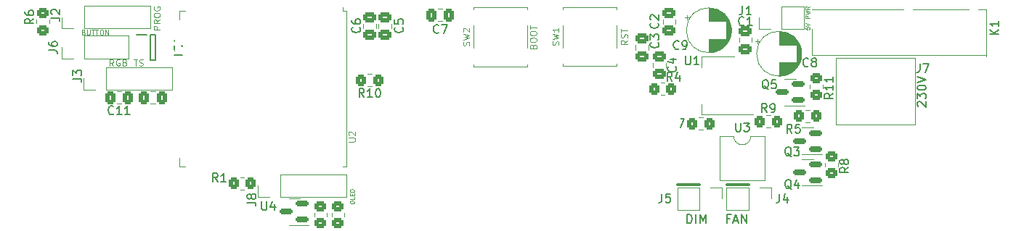
<source format=gto>
G04 #@! TF.GenerationSoftware,KiCad,Pcbnew,(6.0.8)*
G04 #@! TF.CreationDate,2022-10-23T10:36:42+02:00*
G04 #@! TF.ProjectId,ControlPanelESP,436f6e74-726f-46c5-9061-6e656c455350,rev?*
G04 #@! TF.SameCoordinates,Original*
G04 #@! TF.FileFunction,Legend,Top*
G04 #@! TF.FilePolarity,Positive*
%FSLAX46Y46*%
G04 Gerber Fmt 4.6, Leading zero omitted, Abs format (unit mm)*
G04 Created by KiCad (PCBNEW (6.0.8)) date 2022-10-23 10:36:42*
%MOMM*%
%LPD*%
G01*
G04 APERTURE LIST*
G04 Aperture macros list*
%AMRoundRect*
0 Rectangle with rounded corners*
0 $1 Rounding radius*
0 $2 $3 $4 $5 $6 $7 $8 $9 X,Y pos of 4 corners*
0 Add a 4 corners polygon primitive as box body*
4,1,4,$2,$3,$4,$5,$6,$7,$8,$9,$2,$3,0*
0 Add four circle primitives for the rounded corners*
1,1,$1+$1,$2,$3*
1,1,$1+$1,$4,$5*
1,1,$1+$1,$6,$7*
1,1,$1+$1,$8,$9*
0 Add four rect primitives between the rounded corners*
20,1,$1+$1,$2,$3,$4,$5,0*
20,1,$1+$1,$4,$5,$6,$7,0*
20,1,$1+$1,$6,$7,$8,$9,0*
20,1,$1+$1,$8,$9,$2,$3,0*%
G04 Aperture macros list end*
%ADD10C,0.300000*%
%ADD11C,0.090000*%
%ADD12C,0.100000*%
%ADD13C,0.150000*%
%ADD14C,0.075000*%
%ADD15C,0.120000*%
%ADD16C,0.200000*%
%ADD17RoundRect,0.150000X0.587500X0.150000X-0.587500X0.150000X-0.587500X-0.150000X0.587500X-0.150000X0*%
%ADD18R,1.200000X0.600000*%
%ADD19RoundRect,0.250000X0.337500X0.475000X-0.337500X0.475000X-0.337500X-0.475000X0.337500X-0.475000X0*%
%ADD20RoundRect,0.250000X-0.337500X-0.475000X0.337500X-0.475000X0.337500X0.475000X-0.337500X0.475000X0*%
%ADD21R,1.700000X1.700000*%
%ADD22O,1.700000X1.700000*%
%ADD23RoundRect,0.250000X0.450000X-0.350000X0.450000X0.350000X-0.450000X0.350000X-0.450000X-0.350000X0*%
%ADD24RoundRect,0.250000X-0.475000X0.337500X-0.475000X-0.337500X0.475000X-0.337500X0.475000X0.337500X0*%
%ADD25C,2.000000*%
%ADD26R,1.550000X1.300000*%
%ADD27R,1.600000X1.600000*%
%ADD28C,1.600000*%
%ADD29RoundRect,0.250000X-0.450000X0.350000X-0.450000X-0.350000X0.450000X-0.350000X0.450000X0.350000X0*%
%ADD30C,3.800000*%
%ADD31RoundRect,0.250000X0.475000X-0.337500X0.475000X0.337500X-0.475000X0.337500X-0.475000X-0.337500X0*%
%ADD32RoundRect,0.250000X-0.350000X-0.450000X0.350000X-0.450000X0.350000X0.450000X-0.350000X0.450000X0*%
%ADD33R,0.900000X2.000000*%
%ADD34R,2.000000X0.900000*%
%ADD35R,5.000000X5.000000*%
%ADD36O,1.600000X1.600000*%
%ADD37C,2.500000*%
%ADD38R,2.300000X2.300000*%
%ADD39C,2.300000*%
%ADD40RoundRect,0.250000X0.350000X0.450000X-0.350000X0.450000X-0.350000X-0.450000X0.350000X-0.450000X0*%
%ADD41R,2.000000X1.500000*%
%ADD42R,2.000000X3.800000*%
G04 APERTURE END LIST*
D10*
X119380000Y-99822000D02*
X121920000Y-99822000D01*
X113665000Y-99822000D02*
X116205000Y-99822000D01*
D11*
X44362857Y-81999142D02*
X44448571Y-82027714D01*
X44477142Y-82056285D01*
X44505714Y-82113428D01*
X44505714Y-82199142D01*
X44477142Y-82256285D01*
X44448571Y-82284857D01*
X44391428Y-82313428D01*
X44162857Y-82313428D01*
X44162857Y-81713428D01*
X44362857Y-81713428D01*
X44420000Y-81742000D01*
X44448571Y-81770571D01*
X44477142Y-81827714D01*
X44477142Y-81884857D01*
X44448571Y-81942000D01*
X44420000Y-81970571D01*
X44362857Y-81999142D01*
X44162857Y-81999142D01*
X44762857Y-81713428D02*
X44762857Y-82199142D01*
X44791428Y-82256285D01*
X44820000Y-82284857D01*
X44877142Y-82313428D01*
X44991428Y-82313428D01*
X45048571Y-82284857D01*
X45077142Y-82256285D01*
X45105714Y-82199142D01*
X45105714Y-81713428D01*
X45305714Y-81713428D02*
X45648571Y-81713428D01*
X45477142Y-82313428D02*
X45477142Y-81713428D01*
X45762857Y-81713428D02*
X46105714Y-81713428D01*
X45934285Y-82313428D02*
X45934285Y-81713428D01*
X46420000Y-81713428D02*
X46534285Y-81713428D01*
X46591428Y-81742000D01*
X46648571Y-81799142D01*
X46677142Y-81913428D01*
X46677142Y-82113428D01*
X46648571Y-82227714D01*
X46591428Y-82284857D01*
X46534285Y-82313428D01*
X46420000Y-82313428D01*
X46362857Y-82284857D01*
X46305714Y-82227714D01*
X46277142Y-82113428D01*
X46277142Y-81913428D01*
X46305714Y-81799142D01*
X46362857Y-81742000D01*
X46420000Y-81713428D01*
X46934285Y-82313428D02*
X46934285Y-81713428D01*
X47277142Y-82313428D01*
X47277142Y-81713428D01*
D12*
X53298285Y-81730285D02*
X52548285Y-81730285D01*
X52548285Y-81444571D01*
X52584000Y-81373142D01*
X52619714Y-81337428D01*
X52691142Y-81301714D01*
X52798285Y-81301714D01*
X52869714Y-81337428D01*
X52905428Y-81373142D01*
X52941142Y-81444571D01*
X52941142Y-81730285D01*
X53298285Y-80551714D02*
X52941142Y-80801714D01*
X53298285Y-80980285D02*
X52548285Y-80980285D01*
X52548285Y-80694571D01*
X52584000Y-80623142D01*
X52619714Y-80587428D01*
X52691142Y-80551714D01*
X52798285Y-80551714D01*
X52869714Y-80587428D01*
X52905428Y-80623142D01*
X52941142Y-80694571D01*
X52941142Y-80980285D01*
X52548285Y-80087428D02*
X52548285Y-79944571D01*
X52584000Y-79873142D01*
X52655428Y-79801714D01*
X52798285Y-79766000D01*
X53048285Y-79766000D01*
X53191142Y-79801714D01*
X53262571Y-79873142D01*
X53298285Y-79944571D01*
X53298285Y-80087428D01*
X53262571Y-80158857D01*
X53191142Y-80230285D01*
X53048285Y-80266000D01*
X52798285Y-80266000D01*
X52655428Y-80230285D01*
X52584000Y-80158857D01*
X52548285Y-80087428D01*
X52584000Y-79051714D02*
X52548285Y-79123142D01*
X52548285Y-79230285D01*
X52584000Y-79337428D01*
X52655428Y-79408857D01*
X52726857Y-79444571D01*
X52869714Y-79480285D01*
X52976857Y-79480285D01*
X53119714Y-79444571D01*
X53191142Y-79408857D01*
X53262571Y-79337428D01*
X53298285Y-79230285D01*
X53298285Y-79158857D01*
X53262571Y-79051714D01*
X53226857Y-79016000D01*
X52976857Y-79016000D01*
X52976857Y-79158857D01*
D11*
X75418190Y-101945190D02*
X75418190Y-101849952D01*
X75442000Y-101802333D01*
X75489619Y-101754714D01*
X75584857Y-101730904D01*
X75751523Y-101730904D01*
X75846761Y-101754714D01*
X75894380Y-101802333D01*
X75918190Y-101849952D01*
X75918190Y-101945190D01*
X75894380Y-101992809D01*
X75846761Y-102040428D01*
X75751523Y-102064238D01*
X75584857Y-102064238D01*
X75489619Y-102040428D01*
X75442000Y-101992809D01*
X75418190Y-101945190D01*
X75918190Y-101278523D02*
X75918190Y-101516619D01*
X75418190Y-101516619D01*
X75656285Y-101111857D02*
X75656285Y-100945190D01*
X75918190Y-100873761D02*
X75918190Y-101111857D01*
X75418190Y-101111857D01*
X75418190Y-100873761D01*
X75918190Y-100659476D02*
X75418190Y-100659476D01*
X75418190Y-100540428D01*
X75442000Y-100469000D01*
X75489619Y-100421380D01*
X75537238Y-100397571D01*
X75632476Y-100373761D01*
X75703904Y-100373761D01*
X75799142Y-100397571D01*
X75846761Y-100421380D01*
X75894380Y-100469000D01*
X75918190Y-100540428D01*
X75918190Y-100659476D01*
D12*
X96788231Y-83638478D02*
X96823945Y-83531335D01*
X96859660Y-83495621D01*
X96931088Y-83459906D01*
X97038231Y-83459906D01*
X97109660Y-83495621D01*
X97145374Y-83531335D01*
X97181088Y-83602763D01*
X97181088Y-83888478D01*
X96431088Y-83888478D01*
X96431088Y-83638478D01*
X96466803Y-83567049D01*
X96502517Y-83531335D01*
X96573945Y-83495621D01*
X96645374Y-83495621D01*
X96716803Y-83531335D01*
X96752517Y-83567049D01*
X96788231Y-83638478D01*
X96788231Y-83888478D01*
X96431088Y-82995621D02*
X96431088Y-82852763D01*
X96466803Y-82781335D01*
X96538231Y-82709906D01*
X96681088Y-82674192D01*
X96931088Y-82674192D01*
X97073945Y-82709906D01*
X97145374Y-82781335D01*
X97181088Y-82852763D01*
X97181088Y-82995621D01*
X97145374Y-83067049D01*
X97073945Y-83138478D01*
X96931088Y-83174192D01*
X96681088Y-83174192D01*
X96538231Y-83138478D01*
X96466803Y-83067049D01*
X96431088Y-82995621D01*
X96431088Y-82209906D02*
X96431088Y-82067049D01*
X96466803Y-81995621D01*
X96538231Y-81924192D01*
X96681088Y-81888478D01*
X96931088Y-81888478D01*
X97073945Y-81924192D01*
X97145374Y-81995621D01*
X97181088Y-82067049D01*
X97181088Y-82209906D01*
X97145374Y-82281335D01*
X97073945Y-82352763D01*
X96931088Y-82388478D01*
X96681088Y-82388478D01*
X96538231Y-82352763D01*
X96466803Y-82281335D01*
X96431088Y-82209906D01*
X96431088Y-81674192D02*
X96431088Y-81245621D01*
X97181088Y-81459906D02*
X96431088Y-81459906D01*
D13*
X119713476Y-103814571D02*
X119380142Y-103814571D01*
X119380142Y-104338380D02*
X119380142Y-103338380D01*
X119856333Y-103338380D01*
X120189666Y-104052666D02*
X120665857Y-104052666D01*
X120094428Y-104338380D02*
X120427761Y-103338380D01*
X120761095Y-104338380D01*
X121094428Y-104338380D02*
X121094428Y-103338380D01*
X121665857Y-104338380D01*
X121665857Y-103338380D01*
X141660619Y-90693666D02*
X141613000Y-90646047D01*
X141565380Y-90550809D01*
X141565380Y-90312714D01*
X141613000Y-90217476D01*
X141660619Y-90169857D01*
X141755857Y-90122238D01*
X141851095Y-90122238D01*
X141993952Y-90169857D01*
X142565380Y-90741285D01*
X142565380Y-90122238D01*
X141565380Y-89788904D02*
X141565380Y-89169857D01*
X141946333Y-89503190D01*
X141946333Y-89360333D01*
X141993952Y-89265095D01*
X142041571Y-89217476D01*
X142136809Y-89169857D01*
X142374904Y-89169857D01*
X142470142Y-89217476D01*
X142517761Y-89265095D01*
X142565380Y-89360333D01*
X142565380Y-89646047D01*
X142517761Y-89741285D01*
X142470142Y-89788904D01*
X141565380Y-88550809D02*
X141565380Y-88455571D01*
X141613000Y-88360333D01*
X141660619Y-88312714D01*
X141755857Y-88265095D01*
X141946333Y-88217476D01*
X142184428Y-88217476D01*
X142374904Y-88265095D01*
X142470142Y-88312714D01*
X142517761Y-88360333D01*
X142565380Y-88455571D01*
X142565380Y-88550809D01*
X142517761Y-88646047D01*
X142470142Y-88693666D01*
X142374904Y-88741285D01*
X142184428Y-88788904D01*
X141946333Y-88788904D01*
X141755857Y-88741285D01*
X141660619Y-88693666D01*
X141613000Y-88646047D01*
X141565380Y-88550809D01*
X141565380Y-87931761D02*
X142565380Y-87598428D01*
X141565380Y-87265095D01*
X114752571Y-104338380D02*
X114752571Y-103338380D01*
X114990666Y-103338380D01*
X115133523Y-103386000D01*
X115228761Y-103481238D01*
X115276380Y-103576476D01*
X115324000Y-103766952D01*
X115324000Y-103909809D01*
X115276380Y-104100285D01*
X115228761Y-104195523D01*
X115133523Y-104290761D01*
X114990666Y-104338380D01*
X114752571Y-104338380D01*
X115752571Y-104338380D02*
X115752571Y-103338380D01*
X116228761Y-104338380D02*
X116228761Y-103338380D01*
X116562095Y-104052666D01*
X116895428Y-103338380D01*
X116895428Y-104338380D01*
D14*
X128504190Y-81430666D02*
X128504190Y-81668761D01*
X128742285Y-81692571D01*
X128718476Y-81668761D01*
X128694666Y-81621142D01*
X128694666Y-81502095D01*
X128718476Y-81454476D01*
X128742285Y-81430666D01*
X128789904Y-81406857D01*
X128908952Y-81406857D01*
X128956571Y-81430666D01*
X128980380Y-81454476D01*
X129004190Y-81502095D01*
X129004190Y-81621142D01*
X128980380Y-81668761D01*
X128956571Y-81692571D01*
X128504190Y-81264000D02*
X129004190Y-81097333D01*
X128504190Y-80930666D01*
X129004190Y-80383047D02*
X128504190Y-80383047D01*
X128504190Y-80192571D01*
X128528000Y-80144952D01*
X128551809Y-80121142D01*
X128599428Y-80097333D01*
X128670857Y-80097333D01*
X128718476Y-80121142D01*
X128742285Y-80144952D01*
X128766095Y-80192571D01*
X128766095Y-80383047D01*
X128504190Y-79930666D02*
X129004190Y-79811619D01*
X128647047Y-79716380D01*
X129004190Y-79621142D01*
X128504190Y-79502095D01*
X129004190Y-79025904D02*
X128766095Y-79192571D01*
X129004190Y-79311619D02*
X128504190Y-79311619D01*
X128504190Y-79121142D01*
X128528000Y-79073523D01*
X128551809Y-79049714D01*
X128599428Y-79025904D01*
X128670857Y-79025904D01*
X128718476Y-79049714D01*
X128742285Y-79073523D01*
X128766095Y-79121142D01*
X128766095Y-79311619D01*
D12*
X107781285Y-82960714D02*
X107424142Y-83210714D01*
X107781285Y-83389285D02*
X107031285Y-83389285D01*
X107031285Y-83103571D01*
X107067000Y-83032142D01*
X107102714Y-82996428D01*
X107174142Y-82960714D01*
X107281285Y-82960714D01*
X107352714Y-82996428D01*
X107388428Y-83032142D01*
X107424142Y-83103571D01*
X107424142Y-83389285D01*
X107745571Y-82675000D02*
X107781285Y-82567857D01*
X107781285Y-82389285D01*
X107745571Y-82317857D01*
X107709857Y-82282142D01*
X107638428Y-82246428D01*
X107567000Y-82246428D01*
X107495571Y-82282142D01*
X107459857Y-82317857D01*
X107424142Y-82389285D01*
X107388428Y-82532142D01*
X107352714Y-82603571D01*
X107317000Y-82639285D01*
X107245571Y-82675000D01*
X107174142Y-82675000D01*
X107102714Y-82639285D01*
X107067000Y-82603571D01*
X107031285Y-82532142D01*
X107031285Y-82353571D01*
X107067000Y-82246428D01*
X107031285Y-82032142D02*
X107031285Y-81603571D01*
X107781285Y-81817857D02*
X107031285Y-81817857D01*
X47869142Y-85937285D02*
X47619142Y-85580142D01*
X47440571Y-85937285D02*
X47440571Y-85187285D01*
X47726285Y-85187285D01*
X47797714Y-85223000D01*
X47833428Y-85258714D01*
X47869142Y-85330142D01*
X47869142Y-85437285D01*
X47833428Y-85508714D01*
X47797714Y-85544428D01*
X47726285Y-85580142D01*
X47440571Y-85580142D01*
X48583428Y-85223000D02*
X48512000Y-85187285D01*
X48404857Y-85187285D01*
X48297714Y-85223000D01*
X48226285Y-85294428D01*
X48190571Y-85365857D01*
X48154857Y-85508714D01*
X48154857Y-85615857D01*
X48190571Y-85758714D01*
X48226285Y-85830142D01*
X48297714Y-85901571D01*
X48404857Y-85937285D01*
X48476285Y-85937285D01*
X48583428Y-85901571D01*
X48619142Y-85865857D01*
X48619142Y-85615857D01*
X48476285Y-85615857D01*
X49190571Y-85544428D02*
X49297714Y-85580142D01*
X49333428Y-85615857D01*
X49369142Y-85687285D01*
X49369142Y-85794428D01*
X49333428Y-85865857D01*
X49297714Y-85901571D01*
X49226285Y-85937285D01*
X48940571Y-85937285D01*
X48940571Y-85187285D01*
X49190571Y-85187285D01*
X49262000Y-85223000D01*
X49297714Y-85258714D01*
X49333428Y-85330142D01*
X49333428Y-85401571D01*
X49297714Y-85473000D01*
X49262000Y-85508714D01*
X49190571Y-85544428D01*
X48940571Y-85544428D01*
X50228571Y-85187285D02*
X50657142Y-85187285D01*
X50442857Y-85937285D02*
X50442857Y-85187285D01*
X50871428Y-85901571D02*
X50978571Y-85937285D01*
X51157142Y-85937285D01*
X51228571Y-85901571D01*
X51264285Y-85865857D01*
X51300000Y-85794428D01*
X51300000Y-85723000D01*
X51264285Y-85651571D01*
X51228571Y-85615857D01*
X51157142Y-85580142D01*
X51014285Y-85544428D01*
X50942857Y-85508714D01*
X50907142Y-85473000D01*
X50871428Y-85401571D01*
X50871428Y-85330142D01*
X50907142Y-85258714D01*
X50942857Y-85223000D01*
X51014285Y-85187285D01*
X51192857Y-85187285D01*
X51300000Y-85223000D01*
D13*
X65151095Y-101814380D02*
X65151095Y-102623904D01*
X65198714Y-102719142D01*
X65246333Y-102766761D01*
X65341571Y-102814380D01*
X65532047Y-102814380D01*
X65627285Y-102766761D01*
X65674904Y-102719142D01*
X65722523Y-102623904D01*
X65722523Y-101814380D01*
X66627285Y-102147714D02*
X66627285Y-102814380D01*
X66389190Y-101766761D02*
X66151095Y-102481047D01*
X66770142Y-102481047D01*
X55925980Y-84669190D02*
X54925980Y-84669190D01*
X55830742Y-83621571D02*
X55878361Y-83669190D01*
X55925980Y-83812047D01*
X55925980Y-83907285D01*
X55878361Y-84050142D01*
X55783123Y-84145380D01*
X55687885Y-84193000D01*
X55497409Y-84240619D01*
X55354552Y-84240619D01*
X55164076Y-84193000D01*
X55068838Y-84145380D01*
X54973600Y-84050142D01*
X54925980Y-83907285D01*
X54925980Y-83812047D01*
X54973600Y-83669190D01*
X55021219Y-83621571D01*
X55925980Y-82669190D02*
X55925980Y-83240619D01*
X55925980Y-82954904D02*
X54925980Y-82954904D01*
X55068838Y-83050142D01*
X55164076Y-83145380D01*
X55211695Y-83240619D01*
X47871142Y-91543142D02*
X47823523Y-91590761D01*
X47680666Y-91638380D01*
X47585428Y-91638380D01*
X47442571Y-91590761D01*
X47347333Y-91495523D01*
X47299714Y-91400285D01*
X47252095Y-91209809D01*
X47252095Y-91066952D01*
X47299714Y-90876476D01*
X47347333Y-90781238D01*
X47442571Y-90686000D01*
X47585428Y-90638380D01*
X47680666Y-90638380D01*
X47823523Y-90686000D01*
X47871142Y-90733619D01*
X48823523Y-91638380D02*
X48252095Y-91638380D01*
X48537809Y-91638380D02*
X48537809Y-90638380D01*
X48442571Y-90781238D01*
X48347333Y-90876476D01*
X48252095Y-90924095D01*
X49775904Y-91638380D02*
X49204476Y-91638380D01*
X49490190Y-91638380D02*
X49490190Y-90638380D01*
X49394952Y-90781238D01*
X49299714Y-90876476D01*
X49204476Y-90924095D01*
X43140380Y-87455333D02*
X43854666Y-87455333D01*
X43997523Y-87502952D01*
X44092761Y-87598190D01*
X44140380Y-87741047D01*
X44140380Y-87836285D01*
X43140380Y-87074380D02*
X43140380Y-86455333D01*
X43521333Y-86788666D01*
X43521333Y-86645809D01*
X43568952Y-86550571D01*
X43616571Y-86502952D01*
X43711809Y-86455333D01*
X43949904Y-86455333D01*
X44045142Y-86502952D01*
X44092761Y-86550571D01*
X44140380Y-86645809D01*
X44140380Y-86931523D01*
X44092761Y-87026761D01*
X44045142Y-87074380D01*
X133548380Y-97829666D02*
X133072190Y-98163000D01*
X133548380Y-98401095D02*
X132548380Y-98401095D01*
X132548380Y-98020142D01*
X132596000Y-97924904D01*
X132643619Y-97877285D01*
X132738857Y-97829666D01*
X132881714Y-97829666D01*
X132976952Y-97877285D01*
X133024571Y-97924904D01*
X133072190Y-98020142D01*
X133072190Y-98401095D01*
X132976952Y-97258238D02*
X132929333Y-97353476D01*
X132881714Y-97401095D01*
X132786476Y-97448714D01*
X132738857Y-97448714D01*
X132643619Y-97401095D01*
X132596000Y-97353476D01*
X132548380Y-97258238D01*
X132548380Y-97067761D01*
X132596000Y-96972523D01*
X132643619Y-96924904D01*
X132738857Y-96877285D01*
X132786476Y-96877285D01*
X132881714Y-96924904D01*
X132929333Y-96972523D01*
X132976952Y-97067761D01*
X132976952Y-97258238D01*
X133024571Y-97353476D01*
X133072190Y-97401095D01*
X133167428Y-97448714D01*
X133357904Y-97448714D01*
X133453142Y-97401095D01*
X133500761Y-97353476D01*
X133548380Y-97258238D01*
X133548380Y-97067761D01*
X133500761Y-96972523D01*
X133453142Y-96924904D01*
X133357904Y-96877285D01*
X133167428Y-96877285D01*
X133072190Y-96924904D01*
X133024571Y-96972523D01*
X132976952Y-97067761D01*
X81539142Y-81446666D02*
X81586761Y-81494285D01*
X81634380Y-81637142D01*
X81634380Y-81732380D01*
X81586761Y-81875238D01*
X81491523Y-81970476D01*
X81396285Y-82018095D01*
X81205809Y-82065714D01*
X81062952Y-82065714D01*
X80872476Y-82018095D01*
X80777238Y-81970476D01*
X80682000Y-81875238D01*
X80634380Y-81732380D01*
X80634380Y-81637142D01*
X80682000Y-81494285D01*
X80729619Y-81446666D01*
X80634380Y-80541904D02*
X80634380Y-81018095D01*
X81110571Y-81065714D01*
X81062952Y-81018095D01*
X81015333Y-80922857D01*
X81015333Y-80684761D01*
X81062952Y-80589523D01*
X81110571Y-80541904D01*
X81205809Y-80494285D01*
X81443904Y-80494285D01*
X81539142Y-80541904D01*
X81586761Y-80589523D01*
X81634380Y-80684761D01*
X81634380Y-80922857D01*
X81586761Y-81018095D01*
X81539142Y-81065714D01*
X141906666Y-85685380D02*
X141906666Y-86399666D01*
X141859047Y-86542523D01*
X141763809Y-86637761D01*
X141620952Y-86685380D01*
X141525714Y-86685380D01*
X142287619Y-85685380D02*
X142954285Y-85685380D01*
X142525714Y-86685380D01*
X126904761Y-96559619D02*
X126809523Y-96512000D01*
X126714285Y-96416761D01*
X126571428Y-96273904D01*
X126476190Y-96226285D01*
X126380952Y-96226285D01*
X126428571Y-96464380D02*
X126333333Y-96416761D01*
X126238095Y-96321523D01*
X126190476Y-96131047D01*
X126190476Y-95797714D01*
X126238095Y-95607238D01*
X126333333Y-95512000D01*
X126428571Y-95464380D01*
X126619047Y-95464380D01*
X126714285Y-95512000D01*
X126809523Y-95607238D01*
X126857142Y-95797714D01*
X126857142Y-96131047D01*
X126809523Y-96321523D01*
X126714285Y-96416761D01*
X126619047Y-96464380D01*
X126428571Y-96464380D01*
X127190476Y-95464380D02*
X127809523Y-95464380D01*
X127476190Y-95845333D01*
X127619047Y-95845333D01*
X127714285Y-95892952D01*
X127761904Y-95940571D01*
X127809523Y-96035809D01*
X127809523Y-96273904D01*
X127761904Y-96369142D01*
X127714285Y-96416761D01*
X127619047Y-96464380D01*
X127333333Y-96464380D01*
X127238095Y-96416761D01*
X127190476Y-96369142D01*
D12*
X99744571Y-83514000D02*
X99780285Y-83406857D01*
X99780285Y-83228285D01*
X99744571Y-83156857D01*
X99708857Y-83121142D01*
X99637428Y-83085428D01*
X99566000Y-83085428D01*
X99494571Y-83121142D01*
X99458857Y-83156857D01*
X99423142Y-83228285D01*
X99387428Y-83371142D01*
X99351714Y-83442571D01*
X99316000Y-83478285D01*
X99244571Y-83514000D01*
X99173142Y-83514000D01*
X99101714Y-83478285D01*
X99066000Y-83442571D01*
X99030285Y-83371142D01*
X99030285Y-83192571D01*
X99066000Y-83085428D01*
X99030285Y-82835428D02*
X99780285Y-82656857D01*
X99244571Y-82514000D01*
X99780285Y-82371142D01*
X99030285Y-82192571D01*
X99780285Y-81514000D02*
X99780285Y-81942571D01*
X99780285Y-81728285D02*
X99030285Y-81728285D01*
X99137428Y-81799714D01*
X99208857Y-81871142D01*
X99244571Y-81942571D01*
D13*
X113781221Y-83923142D02*
X113733602Y-83970761D01*
X113590745Y-84018380D01*
X113495507Y-84018380D01*
X113352649Y-83970761D01*
X113257411Y-83875523D01*
X113209792Y-83780285D01*
X113162173Y-83589809D01*
X113162173Y-83446952D01*
X113209792Y-83256476D01*
X113257411Y-83161238D01*
X113352649Y-83066000D01*
X113495507Y-83018380D01*
X113590745Y-83018380D01*
X113733602Y-83066000D01*
X113781221Y-83113619D01*
X114257411Y-84018380D02*
X114447888Y-84018380D01*
X114543126Y-83970761D01*
X114590745Y-83923142D01*
X114685983Y-83780285D01*
X114733602Y-83589809D01*
X114733602Y-83208857D01*
X114685983Y-83113619D01*
X114638364Y-83066000D01*
X114543126Y-83018380D01*
X114352649Y-83018380D01*
X114257411Y-83066000D01*
X114209792Y-83113619D01*
X114162173Y-83208857D01*
X114162173Y-83446952D01*
X114209792Y-83542190D01*
X114257411Y-83589809D01*
X114352649Y-83637428D01*
X114543126Y-83637428D01*
X114638364Y-83589809D01*
X114685983Y-83542190D01*
X114733602Y-83446952D01*
D12*
X89330571Y-83550000D02*
X89366285Y-83442857D01*
X89366285Y-83264285D01*
X89330571Y-83192857D01*
X89294857Y-83157142D01*
X89223428Y-83121428D01*
X89152000Y-83121428D01*
X89080571Y-83157142D01*
X89044857Y-83192857D01*
X89009142Y-83264285D01*
X88973428Y-83407142D01*
X88937714Y-83478571D01*
X88902000Y-83514285D01*
X88830571Y-83550000D01*
X88759142Y-83550000D01*
X88687714Y-83514285D01*
X88652000Y-83478571D01*
X88616285Y-83407142D01*
X88616285Y-83228571D01*
X88652000Y-83121428D01*
X88616285Y-82871428D02*
X89366285Y-82692857D01*
X88830571Y-82550000D01*
X89366285Y-82407142D01*
X88616285Y-82228571D01*
X88687714Y-81978571D02*
X88652000Y-81942857D01*
X88616285Y-81871428D01*
X88616285Y-81692857D01*
X88652000Y-81621428D01*
X88687714Y-81585714D01*
X88759142Y-81550000D01*
X88830571Y-81550000D01*
X88937714Y-81585714D01*
X89366285Y-82014285D01*
X89366285Y-81550000D01*
D13*
X38552380Y-80430666D02*
X38076190Y-80764000D01*
X38552380Y-81002095D02*
X37552380Y-81002095D01*
X37552380Y-80621142D01*
X37600000Y-80525904D01*
X37647619Y-80478285D01*
X37742857Y-80430666D01*
X37885714Y-80430666D01*
X37980952Y-80478285D01*
X38028571Y-80525904D01*
X38076190Y-80621142D01*
X38076190Y-81002095D01*
X37552380Y-79573523D02*
X37552380Y-79764000D01*
X37600000Y-79859238D01*
X37647619Y-79906857D01*
X37790476Y-80002095D01*
X37980952Y-80049714D01*
X38361904Y-80049714D01*
X38457142Y-80002095D01*
X38504761Y-79954476D01*
X38552380Y-79859238D01*
X38552380Y-79668761D01*
X38504761Y-79573523D01*
X38457142Y-79525904D01*
X38361904Y-79478285D01*
X38123809Y-79478285D01*
X38028571Y-79525904D01*
X37980952Y-79573523D01*
X37933333Y-79668761D01*
X37933333Y-79859238D01*
X37980952Y-79954476D01*
X38028571Y-80002095D01*
X38123809Y-80049714D01*
X121205666Y-78954380D02*
X121205666Y-79668666D01*
X121158047Y-79811523D01*
X121062809Y-79906761D01*
X120919952Y-79954380D01*
X120824714Y-79954380D01*
X122205666Y-79954380D02*
X121634238Y-79954380D01*
X121919952Y-79954380D02*
X121919952Y-78954380D01*
X121824714Y-79097238D01*
X121729476Y-79192476D01*
X121634238Y-79240095D01*
X121372333Y-81129142D02*
X121324714Y-81176761D01*
X121181857Y-81224380D01*
X121086619Y-81224380D01*
X120943761Y-81176761D01*
X120848523Y-81081523D01*
X120800904Y-80986285D01*
X120753285Y-80795809D01*
X120753285Y-80652952D01*
X120800904Y-80462476D01*
X120848523Y-80367238D01*
X120943761Y-80272000D01*
X121086619Y-80224380D01*
X121181857Y-80224380D01*
X121324714Y-80272000D01*
X121372333Y-80319619D01*
X122324714Y-81224380D02*
X121753285Y-81224380D01*
X122039000Y-81224380D02*
X122039000Y-80224380D01*
X121943761Y-80367238D01*
X121848523Y-80462476D01*
X121753285Y-80510095D01*
X113371333Y-93162380D02*
X113038000Y-92686190D01*
X112799904Y-93162380D02*
X112799904Y-92162380D01*
X113180857Y-92162380D01*
X113276095Y-92210000D01*
X113323714Y-92257619D01*
X113371333Y-92352857D01*
X113371333Y-92495714D01*
X113323714Y-92590952D01*
X113276095Y-92638571D01*
X113180857Y-92686190D01*
X112799904Y-92686190D01*
X113704666Y-92162380D02*
X114371333Y-92162380D01*
X113942761Y-93162380D01*
X128865333Y-85955142D02*
X128817714Y-86002761D01*
X128674857Y-86050380D01*
X128579619Y-86050380D01*
X128436761Y-86002761D01*
X128341523Y-85907523D01*
X128293904Y-85812285D01*
X128246285Y-85621809D01*
X128246285Y-85478952D01*
X128293904Y-85288476D01*
X128341523Y-85193238D01*
X128436761Y-85098000D01*
X128579619Y-85050380D01*
X128674857Y-85050380D01*
X128817714Y-85098000D01*
X128865333Y-85145619D01*
X129436761Y-85478952D02*
X129341523Y-85431333D01*
X129293904Y-85383714D01*
X129246285Y-85288476D01*
X129246285Y-85240857D01*
X129293904Y-85145619D01*
X129341523Y-85098000D01*
X129436761Y-85050380D01*
X129627238Y-85050380D01*
X129722476Y-85098000D01*
X129770095Y-85145619D01*
X129817714Y-85240857D01*
X129817714Y-85288476D01*
X129770095Y-85383714D01*
X129722476Y-85431333D01*
X129627238Y-85478952D01*
X129436761Y-85478952D01*
X129341523Y-85526571D01*
X129293904Y-85574190D01*
X129246285Y-85669428D01*
X129246285Y-85859904D01*
X129293904Y-85955142D01*
X129341523Y-86002761D01*
X129436761Y-86050380D01*
X129627238Y-86050380D01*
X129722476Y-86002761D01*
X129770095Y-85955142D01*
X129817714Y-85859904D01*
X129817714Y-85669428D01*
X129770095Y-85574190D01*
X129722476Y-85526571D01*
X129627238Y-85478952D01*
X76557142Y-81446666D02*
X76604761Y-81494285D01*
X76652380Y-81637142D01*
X76652380Y-81732380D01*
X76604761Y-81875238D01*
X76509523Y-81970476D01*
X76414285Y-82018095D01*
X76223809Y-82065714D01*
X76080952Y-82065714D01*
X75890476Y-82018095D01*
X75795238Y-81970476D01*
X75700000Y-81875238D01*
X75652380Y-81732380D01*
X75652380Y-81637142D01*
X75700000Y-81494285D01*
X75747619Y-81446666D01*
X75652380Y-80589523D02*
X75652380Y-80780000D01*
X75700000Y-80875238D01*
X75747619Y-80922857D01*
X75890476Y-81018095D01*
X76080952Y-81065714D01*
X76461904Y-81065714D01*
X76557142Y-81018095D01*
X76604761Y-80970476D01*
X76652380Y-80875238D01*
X76652380Y-80684761D01*
X76604761Y-80589523D01*
X76557142Y-80541904D01*
X76461904Y-80494285D01*
X76223809Y-80494285D01*
X76128571Y-80541904D01*
X76080952Y-80589523D01*
X76033333Y-80684761D01*
X76033333Y-80875238D01*
X76080952Y-80970476D01*
X76128571Y-81018095D01*
X76223809Y-81065714D01*
X85790833Y-82047142D02*
X85743214Y-82094761D01*
X85600357Y-82142380D01*
X85505119Y-82142380D01*
X85362261Y-82094761D01*
X85267023Y-81999523D01*
X85219404Y-81904285D01*
X85171785Y-81713809D01*
X85171785Y-81570952D01*
X85219404Y-81380476D01*
X85267023Y-81285238D01*
X85362261Y-81190000D01*
X85505119Y-81142380D01*
X85600357Y-81142380D01*
X85743214Y-81190000D01*
X85790833Y-81237619D01*
X86124166Y-81142380D02*
X86790833Y-81142380D01*
X86362261Y-82142380D01*
X111326142Y-80938666D02*
X111373761Y-80986285D01*
X111421380Y-81129142D01*
X111421380Y-81224380D01*
X111373761Y-81367238D01*
X111278523Y-81462476D01*
X111183285Y-81510095D01*
X110992809Y-81557714D01*
X110849952Y-81557714D01*
X110659476Y-81510095D01*
X110564238Y-81462476D01*
X110469000Y-81367238D01*
X110421380Y-81224380D01*
X110421380Y-81129142D01*
X110469000Y-80986285D01*
X110516619Y-80938666D01*
X110516619Y-80557714D02*
X110469000Y-80510095D01*
X110421380Y-80414857D01*
X110421380Y-80176761D01*
X110469000Y-80081523D01*
X110516619Y-80033904D01*
X110611857Y-79986285D01*
X110707095Y-79986285D01*
X110849952Y-80033904D01*
X111421380Y-80605333D01*
X111421380Y-79986285D01*
D12*
X75281285Y-94805428D02*
X75888428Y-94805428D01*
X75959857Y-94769714D01*
X75995571Y-94734000D01*
X76031285Y-94662571D01*
X76031285Y-94519714D01*
X75995571Y-94448285D01*
X75959857Y-94412571D01*
X75888428Y-94376857D01*
X75281285Y-94376857D01*
X75352714Y-94055428D02*
X75317000Y-94019714D01*
X75281285Y-93948285D01*
X75281285Y-93769714D01*
X75317000Y-93698285D01*
X75352714Y-93662571D01*
X75424142Y-93626857D01*
X75495571Y-93626857D01*
X75602714Y-93662571D01*
X76031285Y-94091142D01*
X76031285Y-93626857D01*
D13*
X40302380Y-84102533D02*
X41016666Y-84102533D01*
X41159523Y-84150152D01*
X41254761Y-84245390D01*
X41302380Y-84388247D01*
X41302380Y-84483485D01*
X40302380Y-83197771D02*
X40302380Y-83388247D01*
X40350000Y-83483485D01*
X40397619Y-83531104D01*
X40540476Y-83626342D01*
X40730952Y-83673961D01*
X41111904Y-83673961D01*
X41207142Y-83626342D01*
X41254761Y-83578723D01*
X41302380Y-83483485D01*
X41302380Y-83293009D01*
X41254761Y-83197771D01*
X41207142Y-83150152D01*
X41111904Y-83102533D01*
X40873809Y-83102533D01*
X40778571Y-83150152D01*
X40730952Y-83197771D01*
X40683333Y-83293009D01*
X40683333Y-83483485D01*
X40730952Y-83578723D01*
X40778571Y-83626342D01*
X40873809Y-83673961D01*
X63460380Y-101933333D02*
X64174666Y-101933333D01*
X64317523Y-101980952D01*
X64412761Y-102076190D01*
X64460380Y-102219047D01*
X64460380Y-102314285D01*
X63888952Y-101314285D02*
X63841333Y-101409523D01*
X63793714Y-101457142D01*
X63698476Y-101504761D01*
X63650857Y-101504761D01*
X63555619Y-101457142D01*
X63508000Y-101409523D01*
X63460380Y-101314285D01*
X63460380Y-101123809D01*
X63508000Y-101028571D01*
X63555619Y-100980952D01*
X63650857Y-100933333D01*
X63698476Y-100933333D01*
X63793714Y-100980952D01*
X63841333Y-101028571D01*
X63888952Y-101123809D01*
X63888952Y-101314285D01*
X63936571Y-101409523D01*
X63984190Y-101457142D01*
X64079428Y-101504761D01*
X64269904Y-101504761D01*
X64365142Y-101457142D01*
X64412761Y-101409523D01*
X64460380Y-101314285D01*
X64460380Y-101123809D01*
X64412761Y-101028571D01*
X64365142Y-100980952D01*
X64269904Y-100933333D01*
X64079428Y-100933333D01*
X63984190Y-100980952D01*
X63936571Y-101028571D01*
X63888952Y-101123809D01*
X120406095Y-92621380D02*
X120406095Y-93430904D01*
X120453714Y-93526142D01*
X120501333Y-93573761D01*
X120596571Y-93621380D01*
X120787047Y-93621380D01*
X120882285Y-93573761D01*
X120929904Y-93526142D01*
X120977523Y-93430904D01*
X120977523Y-92621380D01*
X121358476Y-92621380D02*
X121977523Y-92621380D01*
X121644190Y-93002333D01*
X121787047Y-93002333D01*
X121882285Y-93049952D01*
X121929904Y-93097571D01*
X121977523Y-93192809D01*
X121977523Y-93430904D01*
X121929904Y-93526142D01*
X121882285Y-93573761D01*
X121787047Y-93621380D01*
X121501333Y-93621380D01*
X121406095Y-93573761D01*
X121358476Y-93526142D01*
X111807666Y-100925380D02*
X111807666Y-101639666D01*
X111760047Y-101782523D01*
X111664809Y-101877761D01*
X111521952Y-101925380D01*
X111426714Y-101925380D01*
X112760047Y-100925380D02*
X112283857Y-100925380D01*
X112236238Y-101401571D01*
X112283857Y-101353952D01*
X112379095Y-101306333D01*
X112617190Y-101306333D01*
X112712428Y-101353952D01*
X112760047Y-101401571D01*
X112807666Y-101496809D01*
X112807666Y-101734904D01*
X112760047Y-101830142D01*
X112712428Y-101877761D01*
X112617190Y-101925380D01*
X112379095Y-101925380D01*
X112283857Y-101877761D01*
X112236238Y-101830142D01*
X126960333Y-93797380D02*
X126627000Y-93321190D01*
X126388904Y-93797380D02*
X126388904Y-92797380D01*
X126769857Y-92797380D01*
X126865095Y-92845000D01*
X126912714Y-92892619D01*
X126960333Y-92987857D01*
X126960333Y-93130714D01*
X126912714Y-93225952D01*
X126865095Y-93273571D01*
X126769857Y-93321190D01*
X126388904Y-93321190D01*
X127865095Y-92797380D02*
X127388904Y-92797380D01*
X127341285Y-93273571D01*
X127388904Y-93225952D01*
X127484142Y-93178333D01*
X127722238Y-93178333D01*
X127817476Y-93225952D01*
X127865095Y-93273571D01*
X127912714Y-93368809D01*
X127912714Y-93606904D01*
X127865095Y-93702142D01*
X127817476Y-93749761D01*
X127722238Y-93797380D01*
X127484142Y-93797380D01*
X127388904Y-93749761D01*
X127341285Y-93702142D01*
X151074380Y-82272095D02*
X150074380Y-82272095D01*
X151074380Y-81700666D02*
X150502952Y-82129238D01*
X150074380Y-81700666D02*
X150645809Y-82272095D01*
X151074380Y-80748285D02*
X151074380Y-81319714D01*
X151074380Y-81034000D02*
X150074380Y-81034000D01*
X150217238Y-81129238D01*
X150312476Y-81224476D01*
X150360095Y-81319714D01*
X124039333Y-91384380D02*
X123706000Y-90908190D01*
X123467904Y-91384380D02*
X123467904Y-90384380D01*
X123848857Y-90384380D01*
X123944095Y-90432000D01*
X123991714Y-90479619D01*
X124039333Y-90574857D01*
X124039333Y-90717714D01*
X123991714Y-90812952D01*
X123944095Y-90860571D01*
X123848857Y-90908190D01*
X123467904Y-90908190D01*
X124515523Y-91384380D02*
X124706000Y-91384380D01*
X124801238Y-91336761D01*
X124848857Y-91289142D01*
X124944095Y-91146285D01*
X124991714Y-90955809D01*
X124991714Y-90574857D01*
X124944095Y-90479619D01*
X124896476Y-90432000D01*
X124801238Y-90384380D01*
X124610761Y-90384380D01*
X124515523Y-90432000D01*
X124467904Y-90479619D01*
X124420285Y-90574857D01*
X124420285Y-90812952D01*
X124467904Y-90908190D01*
X124515523Y-90955809D01*
X124610761Y-91003428D01*
X124801238Y-91003428D01*
X124896476Y-90955809D01*
X124944095Y-90908190D01*
X124991714Y-90812952D01*
X126904761Y-100369619D02*
X126809523Y-100322000D01*
X126714285Y-100226761D01*
X126571428Y-100083904D01*
X126476190Y-100036285D01*
X126380952Y-100036285D01*
X126428571Y-100274380D02*
X126333333Y-100226761D01*
X126238095Y-100131523D01*
X126190476Y-99941047D01*
X126190476Y-99607714D01*
X126238095Y-99417238D01*
X126333333Y-99322000D01*
X126428571Y-99274380D01*
X126619047Y-99274380D01*
X126714285Y-99322000D01*
X126809523Y-99417238D01*
X126857142Y-99607714D01*
X126857142Y-99941047D01*
X126809523Y-100131523D01*
X126714285Y-100226761D01*
X126619047Y-100274380D01*
X126428571Y-100274380D01*
X127714285Y-99607714D02*
X127714285Y-100274380D01*
X127476190Y-99226761D02*
X127238095Y-99941047D01*
X127857142Y-99941047D01*
X113387142Y-86040166D02*
X113434761Y-86087785D01*
X113482380Y-86230642D01*
X113482380Y-86325880D01*
X113434761Y-86468738D01*
X113339523Y-86563976D01*
X113244285Y-86611595D01*
X113053809Y-86659214D01*
X112910952Y-86659214D01*
X112720476Y-86611595D01*
X112625238Y-86563976D01*
X112530000Y-86468738D01*
X112482380Y-86325880D01*
X112482380Y-86230642D01*
X112530000Y-86087785D01*
X112577619Y-86040166D01*
X112815714Y-85183023D02*
X113482380Y-85183023D01*
X112434761Y-85421119D02*
X113149047Y-85659214D01*
X113149047Y-85040166D01*
X125523666Y-100925380D02*
X125523666Y-101639666D01*
X125476047Y-101782523D01*
X125380809Y-101877761D01*
X125237952Y-101925380D01*
X125142714Y-101925380D01*
X126428428Y-101258714D02*
X126428428Y-101925380D01*
X126190333Y-100877761D02*
X125952238Y-101592047D01*
X126571285Y-101592047D01*
X131770380Y-89161857D02*
X131294190Y-89495190D01*
X131770380Y-89733285D02*
X130770380Y-89733285D01*
X130770380Y-89352333D01*
X130818000Y-89257095D01*
X130865619Y-89209476D01*
X130960857Y-89161857D01*
X131103714Y-89161857D01*
X131198952Y-89209476D01*
X131246571Y-89257095D01*
X131294190Y-89352333D01*
X131294190Y-89733285D01*
X131770380Y-88209476D02*
X131770380Y-88780904D01*
X131770380Y-88495190D02*
X130770380Y-88495190D01*
X130913238Y-88590428D01*
X131008476Y-88685666D01*
X131056095Y-88780904D01*
X131770380Y-87257095D02*
X131770380Y-87828523D01*
X131770380Y-87542809D02*
X130770380Y-87542809D01*
X130913238Y-87638047D01*
X131008476Y-87733285D01*
X131056095Y-87828523D01*
X111355142Y-83224666D02*
X111402761Y-83272285D01*
X111450380Y-83415142D01*
X111450380Y-83510380D01*
X111402761Y-83653238D01*
X111307523Y-83748476D01*
X111212285Y-83796095D01*
X111021809Y-83843714D01*
X110878952Y-83843714D01*
X110688476Y-83796095D01*
X110593238Y-83748476D01*
X110498000Y-83653238D01*
X110450380Y-83510380D01*
X110450380Y-83415142D01*
X110498000Y-83272285D01*
X110545619Y-83224666D01*
X110450380Y-82891333D02*
X110450380Y-82272285D01*
X110831333Y-82605619D01*
X110831333Y-82462761D01*
X110878952Y-82367523D01*
X110926571Y-82319904D01*
X111021809Y-82272285D01*
X111259904Y-82272285D01*
X111355142Y-82319904D01*
X111402761Y-82367523D01*
X111450380Y-82462761D01*
X111450380Y-82748476D01*
X111402761Y-82843714D01*
X111355142Y-82891333D01*
X60031333Y-99512380D02*
X59698000Y-99036190D01*
X59459904Y-99512380D02*
X59459904Y-98512380D01*
X59840857Y-98512380D01*
X59936095Y-98560000D01*
X59983714Y-98607619D01*
X60031333Y-98702857D01*
X60031333Y-98845714D01*
X59983714Y-98940952D01*
X59936095Y-98988571D01*
X59840857Y-99036190D01*
X59459904Y-99036190D01*
X60983714Y-99512380D02*
X60412285Y-99512380D01*
X60698000Y-99512380D02*
X60698000Y-98512380D01*
X60602761Y-98655238D01*
X60507523Y-98750476D01*
X60412285Y-98798095D01*
X114554095Y-84796380D02*
X114554095Y-85605904D01*
X114601714Y-85701142D01*
X114649333Y-85748761D01*
X114744571Y-85796380D01*
X114935047Y-85796380D01*
X115030285Y-85748761D01*
X115077904Y-85701142D01*
X115125523Y-85605904D01*
X115125523Y-84796380D01*
X116125523Y-85796380D02*
X115554095Y-85796380D01*
X115839809Y-85796380D02*
X115839809Y-84796380D01*
X115744571Y-84939238D01*
X115649333Y-85034476D01*
X115554095Y-85082095D01*
X124237761Y-88685619D02*
X124142523Y-88638000D01*
X124047285Y-88542761D01*
X123904428Y-88399904D01*
X123809190Y-88352285D01*
X123713952Y-88352285D01*
X123761571Y-88590380D02*
X123666333Y-88542761D01*
X123571095Y-88447523D01*
X123523476Y-88257047D01*
X123523476Y-87923714D01*
X123571095Y-87733238D01*
X123666333Y-87638000D01*
X123761571Y-87590380D01*
X123952047Y-87590380D01*
X124047285Y-87638000D01*
X124142523Y-87733238D01*
X124190142Y-87923714D01*
X124190142Y-88257047D01*
X124142523Y-88447523D01*
X124047285Y-88542761D01*
X123952047Y-88590380D01*
X123761571Y-88590380D01*
X125094904Y-87590380D02*
X124618714Y-87590380D01*
X124571095Y-88066571D01*
X124618714Y-88018952D01*
X124713952Y-87971333D01*
X124952047Y-87971333D01*
X125047285Y-88018952D01*
X125094904Y-88066571D01*
X125142523Y-88161809D01*
X125142523Y-88399904D01*
X125094904Y-88495142D01*
X125047285Y-88542761D01*
X124952047Y-88590380D01*
X124713952Y-88590380D01*
X124618714Y-88542761D01*
X124571095Y-88495142D01*
X40600380Y-80343333D02*
X41314666Y-80343333D01*
X41457523Y-80390952D01*
X41552761Y-80486190D01*
X41600380Y-80629047D01*
X41600380Y-80724285D01*
X40695619Y-79914761D02*
X40648000Y-79867142D01*
X40600380Y-79771904D01*
X40600380Y-79533809D01*
X40648000Y-79438571D01*
X40695619Y-79390952D01*
X40790857Y-79343333D01*
X40886095Y-79343333D01*
X41028952Y-79390952D01*
X41600380Y-79962380D01*
X41600380Y-79343333D01*
X77081142Y-89606380D02*
X76747809Y-89130190D01*
X76509714Y-89606380D02*
X76509714Y-88606380D01*
X76890666Y-88606380D01*
X76985904Y-88654000D01*
X77033523Y-88701619D01*
X77081142Y-88796857D01*
X77081142Y-88939714D01*
X77033523Y-89034952D01*
X76985904Y-89082571D01*
X76890666Y-89130190D01*
X76509714Y-89130190D01*
X78033523Y-89606380D02*
X77462095Y-89606380D01*
X77747809Y-89606380D02*
X77747809Y-88606380D01*
X77652571Y-88749238D01*
X77557333Y-88844476D01*
X77462095Y-88892095D01*
X78652571Y-88606380D02*
X78747809Y-88606380D01*
X78843047Y-88654000D01*
X78890666Y-88701619D01*
X78938285Y-88796857D01*
X78985904Y-88987333D01*
X78985904Y-89225428D01*
X78938285Y-89415904D01*
X78890666Y-89511142D01*
X78843047Y-89558761D01*
X78747809Y-89606380D01*
X78652571Y-89606380D01*
X78557333Y-89558761D01*
X78509714Y-89511142D01*
X78462095Y-89415904D01*
X78414476Y-89225428D01*
X78414476Y-88987333D01*
X78462095Y-88796857D01*
X78509714Y-88701619D01*
X78557333Y-88654000D01*
X78652571Y-88606380D01*
X112990333Y-87701380D02*
X112657000Y-87225190D01*
X112418904Y-87701380D02*
X112418904Y-86701380D01*
X112799857Y-86701380D01*
X112895095Y-86749000D01*
X112942714Y-86796619D01*
X112990333Y-86891857D01*
X112990333Y-87034714D01*
X112942714Y-87129952D01*
X112895095Y-87177571D01*
X112799857Y-87225190D01*
X112418904Y-87225190D01*
X113847476Y-87034714D02*
X113847476Y-87701380D01*
X113609380Y-86653761D02*
X113371285Y-87368047D01*
X113990333Y-87368047D01*
D15*
X68961000Y-104557000D02*
X68311000Y-104557000D01*
X68961000Y-101437000D02*
X68311000Y-101437000D01*
X68961000Y-104557000D02*
X70636000Y-104557000D01*
X68961000Y-101437000D02*
X69611000Y-101437000D01*
D16*
X52725600Y-85295000D02*
X52125600Y-85295000D01*
X52125600Y-82345000D02*
X52725600Y-82345000D01*
X50575600Y-82320000D02*
X51775600Y-82320000D01*
X52725600Y-82345000D02*
X52725600Y-85295000D01*
X52125600Y-85295000D02*
X52125600Y-82345000D01*
D15*
X48775252Y-90397000D02*
X48252748Y-90397000D01*
X48775252Y-88927000D02*
X48252748Y-88927000D01*
X52189748Y-88927000D02*
X52712252Y-88927000D01*
X52189748Y-90397000D02*
X52712252Y-90397000D01*
X46990000Y-86096800D02*
X54670000Y-86096800D01*
X44390000Y-88756800D02*
X44390000Y-87426800D01*
X54670000Y-88756800D02*
X54670000Y-86096800D01*
X45720000Y-88756800D02*
X44390000Y-88756800D01*
X46990000Y-88756800D02*
X54670000Y-88756800D01*
X46990000Y-88756800D02*
X46990000Y-86096800D01*
X132307000Y-97747064D02*
X132307000Y-97292936D01*
X130837000Y-97747064D02*
X130837000Y-97292936D01*
X78767000Y-81018748D02*
X78767000Y-81541252D01*
X80237000Y-81018748D02*
X80237000Y-81541252D01*
X141284000Y-92832000D02*
X132084000Y-92832000D01*
X132084000Y-92832000D02*
X132084000Y-85032000D01*
X132084000Y-85032000D02*
X141284000Y-85032000D01*
X141284000Y-85032000D02*
X141284000Y-92832000D01*
X128778000Y-96302000D02*
X128128000Y-96302000D01*
X128778000Y-93182000D02*
X129428000Y-93182000D01*
X128778000Y-96302000D02*
X130453000Y-96302000D01*
X128778000Y-93182000D02*
X128128000Y-93182000D01*
X100228000Y-79314000D02*
X100228000Y-79064000D01*
X100228000Y-83814000D02*
X100228000Y-81214000D01*
X106528000Y-85714000D02*
X106528000Y-85964000D01*
X106528000Y-79064000D02*
X106528000Y-79314000D01*
X100228000Y-79064000D02*
X106528000Y-79064000D01*
X106528000Y-85964000D02*
X100228000Y-85964000D01*
X106528000Y-81214000D02*
X106528000Y-83814000D01*
X100228000Y-85964000D02*
X100228000Y-85714000D01*
X119586888Y-80610000D02*
X119586888Y-82966000D01*
X117385888Y-82828000D02*
X117385888Y-84366000D01*
X117705888Y-79245000D02*
X117705888Y-80748000D01*
X119746888Y-80983000D02*
X119746888Y-82593000D01*
X118906888Y-79784000D02*
X118906888Y-80748000D01*
X117345888Y-82828000D02*
X117345888Y-84367000D01*
X118066888Y-79333000D02*
X118066888Y-80748000D01*
X117305888Y-79208000D02*
X117305888Y-80748000D01*
X117425888Y-82828000D02*
X117425888Y-84364000D01*
X119106888Y-79962000D02*
X119106888Y-80748000D01*
X119266888Y-82828000D02*
X119266888Y-83441000D01*
X114711113Y-80063000D02*
X114711113Y-80563000D01*
X117465888Y-82828000D02*
X117465888Y-84361000D01*
X117465888Y-79215000D02*
X117465888Y-80748000D01*
X119706888Y-80873000D02*
X119706888Y-82703000D01*
X118226888Y-79390000D02*
X118226888Y-80748000D01*
X118866888Y-82828000D02*
X118866888Y-83823000D01*
X118226888Y-82828000D02*
X118226888Y-84186000D01*
X117505888Y-82828000D02*
X117505888Y-84357000D01*
X118786888Y-82828000D02*
X118786888Y-83883000D01*
X118186888Y-82828000D02*
X118186888Y-84202000D01*
X118906888Y-82828000D02*
X118906888Y-83792000D01*
X119786888Y-81111000D02*
X119786888Y-82465000D01*
X118626888Y-82828000D02*
X118626888Y-83988000D01*
X118466888Y-82828000D02*
X118466888Y-84078000D01*
X118546888Y-82828000D02*
X118546888Y-84035000D01*
X117825888Y-79268000D02*
X117825888Y-80748000D01*
X118826888Y-82828000D02*
X118826888Y-83853000D01*
X119226888Y-80089000D02*
X119226888Y-80748000D01*
X119026888Y-79887000D02*
X119026888Y-80748000D01*
X118586888Y-82828000D02*
X118586888Y-84012000D01*
X118746888Y-82828000D02*
X118746888Y-83910000D01*
X117545888Y-79223000D02*
X117545888Y-80748000D01*
X118266888Y-79406000D02*
X118266888Y-80748000D01*
X119306888Y-80183000D02*
X119306888Y-83393000D01*
X117585888Y-82828000D02*
X117585888Y-84349000D01*
X117986888Y-79308000D02*
X117986888Y-80748000D01*
X114461113Y-80313000D02*
X114961113Y-80313000D01*
X119226888Y-82828000D02*
X119226888Y-83487000D01*
X119146888Y-82828000D02*
X119146888Y-83573000D01*
X118146888Y-82828000D02*
X118146888Y-84216000D01*
X118506888Y-79520000D02*
X118506888Y-80748000D01*
X118106888Y-82828000D02*
X118106888Y-84230000D01*
X118266888Y-82828000D02*
X118266888Y-84170000D01*
X117265888Y-82828000D02*
X117265888Y-84368000D01*
X118706888Y-82828000D02*
X118706888Y-83937000D01*
X117625888Y-79232000D02*
X117625888Y-80748000D01*
X118186888Y-79374000D02*
X118186888Y-80748000D01*
X119626888Y-80690000D02*
X119626888Y-82886000D01*
X118666888Y-79613000D02*
X118666888Y-80748000D01*
X117385888Y-79210000D02*
X117385888Y-80748000D01*
X118586888Y-79564000D02*
X118586888Y-80748000D01*
X119466888Y-80405000D02*
X119466888Y-83171000D01*
X117705888Y-82828000D02*
X117705888Y-84331000D01*
X119186888Y-82828000D02*
X119186888Y-83531000D01*
X118386888Y-79459000D02*
X118386888Y-80748000D01*
X118786888Y-79693000D02*
X118786888Y-80748000D01*
X118306888Y-79423000D02*
X118306888Y-80748000D01*
X117785888Y-82828000D02*
X117785888Y-84316000D01*
X117665888Y-79238000D02*
X117665888Y-80748000D01*
X117945888Y-82828000D02*
X117945888Y-84279000D01*
X117905888Y-79287000D02*
X117905888Y-80748000D01*
X119826888Y-81270000D02*
X119826888Y-82306000D01*
X118026888Y-82828000D02*
X118026888Y-84256000D01*
X119386888Y-80288000D02*
X119386888Y-83288000D01*
X119146888Y-80003000D02*
X119146888Y-80748000D01*
X119506888Y-80469000D02*
X119506888Y-83107000D01*
X117425888Y-79212000D02*
X117425888Y-80748000D01*
X117585888Y-79227000D02*
X117585888Y-80748000D01*
X117785888Y-79260000D02*
X117785888Y-80748000D01*
X117945888Y-79297000D02*
X117945888Y-80748000D01*
X117905888Y-82828000D02*
X117905888Y-84289000D01*
X117865888Y-82828000D02*
X117865888Y-84299000D01*
X117986888Y-82828000D02*
X117986888Y-84268000D01*
X118106888Y-79346000D02*
X118106888Y-80748000D01*
X118546888Y-79541000D02*
X118546888Y-80748000D01*
X118426888Y-82828000D02*
X118426888Y-84098000D01*
X117305888Y-82828000D02*
X117305888Y-84368000D01*
X117745888Y-79252000D02*
X117745888Y-80748000D01*
X118986888Y-79851000D02*
X118986888Y-80748000D01*
X117745888Y-82828000D02*
X117745888Y-84324000D01*
X119866888Y-81504000D02*
X119866888Y-82072000D01*
X117505888Y-79219000D02*
X117505888Y-80748000D01*
X117825888Y-82828000D02*
X117825888Y-84308000D01*
X119346888Y-80234000D02*
X119346888Y-83342000D01*
X118306888Y-82828000D02*
X118306888Y-84153000D01*
X119546888Y-80537000D02*
X119546888Y-83039000D01*
X119186888Y-80045000D02*
X119186888Y-80748000D01*
X118466888Y-79498000D02*
X118466888Y-80748000D01*
X118986888Y-82828000D02*
X118986888Y-83725000D01*
X118346888Y-79440000D02*
X118346888Y-80748000D01*
X118386888Y-82828000D02*
X118386888Y-84117000D01*
X118506888Y-82828000D02*
X118506888Y-84056000D01*
X119026888Y-82828000D02*
X119026888Y-83689000D01*
X118866888Y-79753000D02*
X118866888Y-80748000D01*
X117265888Y-79208000D02*
X117265888Y-80748000D01*
X118146888Y-79360000D02*
X118146888Y-80748000D01*
X118426888Y-79478000D02*
X118426888Y-80748000D01*
X118066888Y-82828000D02*
X118066888Y-84243000D01*
X118626888Y-79588000D02*
X118626888Y-80748000D01*
X118346888Y-82828000D02*
X118346888Y-84136000D01*
X117865888Y-79277000D02*
X117865888Y-80748000D01*
X118826888Y-79723000D02*
X118826888Y-80748000D01*
X118706888Y-79639000D02*
X118706888Y-80748000D01*
X117665888Y-82828000D02*
X117665888Y-84338000D01*
X117625888Y-82828000D02*
X117625888Y-84344000D01*
X119066888Y-82828000D02*
X119066888Y-83652000D01*
X117545888Y-82828000D02*
X117545888Y-84353000D01*
X119066888Y-79924000D02*
X119066888Y-80748000D01*
X117345888Y-79209000D02*
X117345888Y-80748000D01*
X118746888Y-79666000D02*
X118746888Y-80748000D01*
X119426888Y-80345000D02*
X119426888Y-83231000D01*
X119266888Y-80135000D02*
X119266888Y-80748000D01*
X118026888Y-79320000D02*
X118026888Y-80748000D01*
X118946888Y-82828000D02*
X118946888Y-83759000D01*
X118666888Y-82828000D02*
X118666888Y-83963000D01*
X119106888Y-82828000D02*
X119106888Y-83614000D01*
X118946888Y-79817000D02*
X118946888Y-80748000D01*
X119666888Y-80777000D02*
X119666888Y-82799000D01*
X119885888Y-81788000D02*
G75*
G03*
X119885888Y-81788000I-2620000J0D01*
G01*
X96114000Y-81250000D02*
X96114000Y-83850000D01*
X96114000Y-79100000D02*
X96114000Y-79350000D01*
X89814000Y-79350000D02*
X89814000Y-79100000D01*
X89814000Y-86000000D02*
X89814000Y-85750000D01*
X89814000Y-79100000D02*
X96114000Y-79100000D01*
X96114000Y-85750000D02*
X96114000Y-86000000D01*
X89814000Y-83850000D02*
X89814000Y-81250000D01*
X96114000Y-86000000D02*
X89814000Y-86000000D01*
X40359000Y-80544936D02*
X40359000Y-80999064D01*
X38889000Y-80544936D02*
X38889000Y-80999064D01*
X125725000Y-81644800D02*
X128325000Y-81644800D01*
X128325000Y-81644800D02*
X128325000Y-78984800D01*
X125725000Y-78984800D02*
X128325000Y-78984800D01*
X124455000Y-81644800D02*
X123125000Y-81644800D01*
X123125000Y-81644800D02*
X123125000Y-80314800D01*
X125725000Y-81644800D02*
X125725000Y-78984800D01*
X74776000Y-103589064D02*
X74776000Y-103134936D01*
X73306000Y-103589064D02*
X73306000Y-103134936D01*
X122274000Y-83192252D02*
X122274000Y-82669748D01*
X120804000Y-83192252D02*
X120804000Y-82669748D01*
X116120936Y-93445000D02*
X116575064Y-93445000D01*
X116120936Y-91975000D02*
X116575064Y-91975000D01*
X127621000Y-83088200D02*
X127621000Y-85974200D01*
X128061000Y-84247200D02*
X128061000Y-84815200D01*
X125540000Y-81952200D02*
X125540000Y-83491200D01*
X126221000Y-82063200D02*
X126221000Y-83491200D01*
X127541000Y-82977200D02*
X127541000Y-86085200D01*
X125700000Y-85571200D02*
X125700000Y-87100200D01*
X126901000Y-85571200D02*
X126901000Y-86680200D01*
X127221000Y-82630200D02*
X127221000Y-83491200D01*
X122905225Y-82806200D02*
X122905225Y-83306200D01*
X126581000Y-85571200D02*
X126581000Y-86860200D01*
X126541000Y-85571200D02*
X126541000Y-86879200D01*
X126381000Y-85571200D02*
X126381000Y-86945200D01*
X126861000Y-85571200D02*
X126861000Y-86706200D01*
X125620000Y-85571200D02*
X125620000Y-87107200D01*
X126581000Y-82202200D02*
X126581000Y-83491200D01*
X126261000Y-82076200D02*
X126261000Y-83491200D01*
X126301000Y-82089200D02*
X126301000Y-83491200D01*
X126781000Y-85571200D02*
X126781000Y-86755200D01*
X127261000Y-82667200D02*
X127261000Y-83491200D01*
X126461000Y-82149200D02*
X126461000Y-83491200D01*
X127941000Y-83726200D02*
X127941000Y-85336200D01*
X127221000Y-85571200D02*
X127221000Y-86432200D01*
X126341000Y-82103200D02*
X126341000Y-83491200D01*
X125940000Y-85571200D02*
X125940000Y-87067200D01*
X127341000Y-82746200D02*
X127341000Y-83491200D01*
X126221000Y-85571200D02*
X126221000Y-86999200D01*
X127341000Y-85571200D02*
X127341000Y-86316200D01*
X125900000Y-85571200D02*
X125900000Y-87074200D01*
X126140000Y-82040200D02*
X126140000Y-83491200D01*
X127141000Y-82560200D02*
X127141000Y-83491200D01*
X127101000Y-85571200D02*
X127101000Y-86535200D01*
X125580000Y-81953200D02*
X125580000Y-83491200D01*
X126701000Y-82263200D02*
X126701000Y-83491200D01*
X126941000Y-85571200D02*
X126941000Y-86653200D01*
X127861000Y-83520200D02*
X127861000Y-85542200D01*
X125820000Y-81975200D02*
X125820000Y-83491200D01*
X125980000Y-82003200D02*
X125980000Y-83491200D01*
X125820000Y-85571200D02*
X125820000Y-87087200D01*
X125660000Y-81958200D02*
X125660000Y-83491200D01*
X127301000Y-82705200D02*
X127301000Y-83491200D01*
X127821000Y-83433200D02*
X127821000Y-85629200D01*
X125580000Y-85571200D02*
X125580000Y-87109200D01*
X126100000Y-85571200D02*
X126100000Y-87032200D01*
X127421000Y-82832200D02*
X127421000Y-83491200D01*
X125740000Y-85571200D02*
X125740000Y-87096200D01*
X126981000Y-82436200D02*
X126981000Y-83491200D01*
X126621000Y-85571200D02*
X126621000Y-86841200D01*
X127381000Y-82788200D02*
X127381000Y-83491200D01*
X126301000Y-85571200D02*
X126301000Y-86973200D01*
X127021000Y-85571200D02*
X127021000Y-86596200D01*
X126181000Y-82051200D02*
X126181000Y-83491200D01*
X126060000Y-82020200D02*
X126060000Y-83491200D01*
X125780000Y-81970200D02*
X125780000Y-83491200D01*
X126341000Y-85571200D02*
X126341000Y-86959200D01*
X126020000Y-85571200D02*
X126020000Y-87051200D01*
X126501000Y-82166200D02*
X126501000Y-83491200D01*
X127061000Y-85571200D02*
X127061000Y-86566200D01*
X127501000Y-82926200D02*
X127501000Y-86136200D01*
X127141000Y-85571200D02*
X127141000Y-86502200D01*
X126421000Y-82133200D02*
X126421000Y-83491200D01*
X126621000Y-82221200D02*
X126621000Y-83491200D01*
X127781000Y-83353200D02*
X127781000Y-85709200D01*
X125860000Y-81981200D02*
X125860000Y-83491200D01*
X126661000Y-85571200D02*
X126661000Y-86821200D01*
X126901000Y-82382200D02*
X126901000Y-83491200D01*
X125460000Y-81951200D02*
X125460000Y-83491200D01*
X127661000Y-83148200D02*
X127661000Y-85914200D01*
X125460000Y-85571200D02*
X125460000Y-87111200D01*
X125540000Y-85571200D02*
X125540000Y-87110200D01*
X127181000Y-85571200D02*
X127181000Y-86468200D01*
X126100000Y-82030200D02*
X126100000Y-83491200D01*
X126741000Y-85571200D02*
X126741000Y-86778200D01*
X125500000Y-85571200D02*
X125500000Y-87111200D01*
X127061000Y-82496200D02*
X127061000Y-83491200D01*
X125900000Y-81988200D02*
X125900000Y-83491200D01*
X125660000Y-85571200D02*
X125660000Y-87104200D01*
X127981000Y-83854200D02*
X127981000Y-85208200D01*
X127581000Y-83031200D02*
X127581000Y-86031200D01*
X126741000Y-82284200D02*
X126741000Y-83491200D01*
X127301000Y-85571200D02*
X127301000Y-86357200D01*
X125780000Y-85571200D02*
X125780000Y-87092200D01*
X127421000Y-85571200D02*
X127421000Y-86230200D01*
X125940000Y-81995200D02*
X125940000Y-83491200D01*
X125700000Y-81962200D02*
X125700000Y-83491200D01*
X126701000Y-85571200D02*
X126701000Y-86799200D01*
X127261000Y-85571200D02*
X127261000Y-86395200D01*
X126821000Y-82331200D02*
X126821000Y-83491200D01*
X126781000Y-82307200D02*
X126781000Y-83491200D01*
X125620000Y-81955200D02*
X125620000Y-83491200D01*
X126861000Y-82356200D02*
X126861000Y-83491200D01*
X128021000Y-84013200D02*
X128021000Y-85049200D01*
X127181000Y-82594200D02*
X127181000Y-83491200D01*
X127381000Y-85571200D02*
X127381000Y-86274200D01*
X126981000Y-85571200D02*
X126981000Y-86626200D01*
X126181000Y-85571200D02*
X126181000Y-87011200D01*
X127021000Y-82466200D02*
X127021000Y-83491200D01*
X126261000Y-85571200D02*
X126261000Y-86986200D01*
X125740000Y-81966200D02*
X125740000Y-83491200D01*
X125980000Y-85571200D02*
X125980000Y-87059200D01*
X127101000Y-82527200D02*
X127101000Y-83491200D01*
X126461000Y-85571200D02*
X126461000Y-86913200D01*
X126020000Y-82011200D02*
X126020000Y-83491200D01*
X126821000Y-85571200D02*
X126821000Y-86731200D01*
X126140000Y-85571200D02*
X126140000Y-87022200D01*
X127461000Y-82878200D02*
X127461000Y-83491200D01*
X127901000Y-83616200D02*
X127901000Y-85446200D01*
X126941000Y-82409200D02*
X126941000Y-83491200D01*
X125500000Y-81951200D02*
X125500000Y-83491200D01*
X126661000Y-82241200D02*
X126661000Y-83491200D01*
X127461000Y-85571200D02*
X127461000Y-86184200D01*
X125860000Y-85571200D02*
X125860000Y-87081200D01*
X126421000Y-85571200D02*
X126421000Y-86929200D01*
X126381000Y-82117200D02*
X126381000Y-83491200D01*
X126060000Y-85571200D02*
X126060000Y-87042200D01*
X127741000Y-83280200D02*
X127741000Y-85782200D01*
X122655225Y-83056200D02*
X123155225Y-83056200D01*
X126501000Y-85571200D02*
X126501000Y-86896200D01*
X127701000Y-83212200D02*
X127701000Y-85850200D01*
X126541000Y-82183200D02*
X126541000Y-83491200D01*
X128080000Y-84531200D02*
G75*
G03*
X128080000Y-84531200I-2620000J0D01*
G01*
X76989000Y-81018748D02*
X76989000Y-81541252D01*
X78459000Y-81018748D02*
X78459000Y-81541252D01*
X86218752Y-79275000D02*
X85696248Y-79275000D01*
X86218752Y-80745000D02*
X85696248Y-80745000D01*
X113384000Y-81033252D02*
X113384000Y-80510748D01*
X111914000Y-81033252D02*
X111914000Y-80510748D01*
X55565000Y-97750000D02*
X55565000Y-96750000D01*
X75005000Y-79510000D02*
X75005000Y-97750000D01*
X75005000Y-79510000D02*
X74585000Y-79510000D01*
X75005000Y-97750000D02*
X74585000Y-97750000D01*
X56185000Y-97750000D02*
X55565000Y-97750000D01*
X74585000Y-79510000D02*
X74585000Y-79130000D01*
X56185000Y-79510000D02*
X55565000Y-79510000D01*
X55565000Y-79510000D02*
X55565000Y-80510000D01*
X49590000Y-85099200D02*
X49590000Y-82439200D01*
X41850000Y-85099200D02*
X41850000Y-83769200D01*
X44450000Y-82439200D02*
X49590000Y-82439200D01*
X44450000Y-85099200D02*
X49590000Y-85099200D01*
X43180000Y-85099200D02*
X41850000Y-85099200D01*
X44450000Y-85099200D02*
X44450000Y-82439200D01*
X66050000Y-101279000D02*
X64720000Y-101279000D01*
X67320000Y-101279000D02*
X67320000Y-98619000D01*
X75000000Y-101279000D02*
X75000000Y-98619000D01*
X64720000Y-101279000D02*
X64720000Y-99949000D01*
X67320000Y-101279000D02*
X75000000Y-101279000D01*
X67320000Y-98619000D02*
X75000000Y-98619000D01*
X118518000Y-94169000D02*
X118518000Y-99369000D01*
X123818000Y-94169000D02*
X122168000Y-94169000D01*
X120168000Y-94169000D02*
X118518000Y-94169000D01*
X123818000Y-99369000D02*
X123818000Y-94169000D01*
X118518000Y-99369000D02*
X123818000Y-99369000D01*
X120168000Y-94169000D02*
G75*
G03*
X122168000Y-94169000I1000000J0D01*
G01*
X116205000Y-102803000D02*
X113605000Y-102803000D01*
X116205000Y-100143000D02*
X116205000Y-102803000D01*
X113605000Y-100143000D02*
X113605000Y-102803000D01*
X118805000Y-100143000D02*
X118805000Y-101473000D01*
X116205000Y-100143000D02*
X113605000Y-100143000D01*
X117475000Y-100143000D02*
X118805000Y-100143000D01*
X71274000Y-103589064D02*
X71274000Y-103134936D01*
X72744000Y-103589064D02*
X72744000Y-103134936D01*
X128566936Y-91086000D02*
X129021064Y-91086000D01*
X128566936Y-92556000D02*
X129021064Y-92556000D01*
X149592200Y-84722000D02*
X129272200Y-84722000D01*
X129272200Y-84722000D02*
X129272200Y-79388000D01*
X149592200Y-79388000D02*
X149592200Y-84822000D01*
X129272200Y-79388000D02*
X149592200Y-79388000D01*
X124449064Y-93191000D02*
X123994936Y-93191000D01*
X124449064Y-91721000D02*
X123994936Y-91721000D01*
X128778000Y-96839600D02*
X129428000Y-96839600D01*
X128778000Y-99959600D02*
X128128000Y-99959600D01*
X128778000Y-96839600D02*
X128128000Y-96839600D01*
X128778000Y-99959600D02*
X130453000Y-99959600D01*
X110771000Y-86134752D02*
X110771000Y-85612248D01*
X112241000Y-86134752D02*
X112241000Y-85612248D01*
X124520000Y-100143000D02*
X124520000Y-101473000D01*
X123190000Y-100143000D02*
X124520000Y-100143000D01*
X121920000Y-100143000D02*
X121920000Y-102803000D01*
X119320000Y-100143000D02*
X119320000Y-102803000D01*
X121920000Y-102803000D02*
X119320000Y-102803000D01*
X121920000Y-100143000D02*
X119320000Y-100143000D01*
X129059000Y-88603064D02*
X129059000Y-88148936D01*
X130529000Y-88603064D02*
X130529000Y-88148936D01*
X110209000Y-84059752D02*
X110209000Y-83537248D01*
X108739000Y-84059752D02*
X108739000Y-83537248D01*
X63092064Y-98960000D02*
X62637936Y-98960000D01*
X63092064Y-100430000D02*
X62637936Y-100430000D01*
X120213600Y-84843600D02*
X116453600Y-84843600D01*
X122463600Y-91663600D02*
X116453600Y-91663600D01*
X116453600Y-91663600D02*
X116453600Y-90403600D01*
X116453600Y-84843600D02*
X116453600Y-86103600D01*
X126746000Y-87467000D02*
X127396000Y-87467000D01*
X126746000Y-87467000D02*
X126096000Y-87467000D01*
X126746000Y-90587000D02*
X128421000Y-90587000D01*
X126746000Y-90587000D02*
X126096000Y-90587000D01*
X52130000Y-81594000D02*
X52130000Y-78934000D01*
X41850000Y-81594000D02*
X41850000Y-80264000D01*
X43180000Y-81594000D02*
X41850000Y-81594000D01*
X44450000Y-81594000D02*
X44450000Y-78934000D01*
X44450000Y-78934000D02*
X52130000Y-78934000D01*
X44450000Y-81594000D02*
X52130000Y-81594000D01*
X77951064Y-86895000D02*
X77496936Y-86895000D01*
X77951064Y-88365000D02*
X77496936Y-88365000D01*
X112130064Y-89381000D02*
X111675936Y-89381000D01*
X112130064Y-87911000D02*
X111675936Y-87911000D01*
%LPC*%
D17*
X69898500Y-103947000D03*
X69898500Y-102047000D03*
X68023500Y-102997000D03*
D18*
X51175600Y-82870000D03*
X51175600Y-83820000D03*
X51175600Y-84770000D03*
X53675600Y-84770000D03*
X53675600Y-82870000D03*
D19*
X49551500Y-89662000D03*
X47476500Y-89662000D03*
D20*
X51413500Y-89662000D03*
X53488500Y-89662000D03*
D21*
X45720000Y-87426800D03*
D22*
X48260000Y-87426800D03*
X50800000Y-87426800D03*
X53340000Y-87426800D03*
D23*
X131572000Y-98520000D03*
X131572000Y-96520000D03*
D24*
X79502000Y-80242500D03*
X79502000Y-82317500D03*
D25*
X139184000Y-91832000D03*
X134184000Y-86332000D03*
D17*
X129715500Y-95692000D03*
X129715500Y-93792000D03*
X127840500Y-94742000D03*
D26*
X107353000Y-80264000D03*
X99403000Y-80264000D03*
X99403000Y-84764000D03*
X107353000Y-84764000D03*
D27*
X116265888Y-81788000D03*
D28*
X118265888Y-81788000D03*
D26*
X88989000Y-80300000D03*
X96939000Y-80300000D03*
X88989000Y-84800000D03*
X96939000Y-84800000D03*
D29*
X39624000Y-79772000D03*
X39624000Y-81772000D03*
D30*
X77470000Y-104902000D03*
X112141000Y-104902000D03*
D21*
X124455000Y-80314800D03*
D22*
X126995000Y-80314800D03*
D23*
X74041000Y-104362000D03*
X74041000Y-102362000D03*
D31*
X121539000Y-83968500D03*
X121539000Y-81893500D03*
D32*
X115348000Y-92710000D03*
X117348000Y-92710000D03*
D27*
X124460000Y-84531200D03*
D28*
X126460000Y-84531200D03*
D30*
X112141000Y-91821000D03*
X134366000Y-95123000D03*
D24*
X77724000Y-80242500D03*
X77724000Y-82317500D03*
D19*
X86995000Y-80010000D03*
X84920000Y-80010000D03*
D31*
X112649000Y-81809500D03*
X112649000Y-79734500D03*
D33*
X73540000Y-80130000D03*
X72270000Y-80130000D03*
X71000000Y-80130000D03*
X69730000Y-80130000D03*
X68460000Y-80130000D03*
X67190000Y-80130000D03*
X65920000Y-80130000D03*
X64650000Y-80130000D03*
X63380000Y-80130000D03*
X62110000Y-80130000D03*
X60840000Y-80130000D03*
X59570000Y-80130000D03*
X58300000Y-80130000D03*
X57030000Y-80130000D03*
D34*
X56030000Y-82915000D03*
X56030000Y-84185000D03*
X56030000Y-85455000D03*
X56030000Y-86725000D03*
X56030000Y-87995000D03*
X56030000Y-89265000D03*
X56030000Y-90535000D03*
X56030000Y-91805000D03*
X56030000Y-93075000D03*
X56030000Y-94345000D03*
D33*
X57030000Y-97130000D03*
X58300000Y-97130000D03*
X59570000Y-97130000D03*
X60840000Y-97130000D03*
X62110000Y-97130000D03*
X63380000Y-97130000D03*
X64650000Y-97130000D03*
X65920000Y-97130000D03*
X67190000Y-97130000D03*
X68460000Y-97130000D03*
X69730000Y-97130000D03*
X71000000Y-97130000D03*
X72270000Y-97130000D03*
X73540000Y-97130000D03*
D35*
X66040000Y-87630000D03*
D21*
X43180000Y-83769200D03*
D22*
X45720000Y-83769200D03*
X48260000Y-83769200D03*
D21*
X66050000Y-99949000D03*
D22*
X68590000Y-99949000D03*
X71130000Y-99949000D03*
X73670000Y-99949000D03*
D30*
X77470000Y-91821000D03*
D27*
X117358000Y-95499000D03*
D36*
X117358000Y-98039000D03*
X124978000Y-98039000D03*
X124978000Y-95499000D03*
D21*
X117475000Y-101473000D03*
D22*
X114935000Y-101473000D03*
D23*
X72009000Y-102362000D03*
X72009000Y-104362000D03*
D32*
X127794000Y-91821000D03*
X129794000Y-91821000D03*
D37*
X140589000Y-80518000D03*
D38*
X130429000Y-80518000D03*
D39*
X132969000Y-80518000D03*
D37*
X148209000Y-80518000D03*
D40*
X125222000Y-92456000D03*
X123222000Y-92456000D03*
D17*
X129715500Y-99349600D03*
X129715500Y-97449600D03*
X127840500Y-98399600D03*
D31*
X111506000Y-86911000D03*
X111506000Y-84836000D03*
D21*
X123190000Y-101473000D03*
D22*
X120650000Y-101473000D03*
D23*
X129794000Y-89376000D03*
X129794000Y-87376000D03*
D31*
X109474000Y-84836000D03*
X109474000Y-82761000D03*
D30*
X52451000Y-92710000D03*
D40*
X63865000Y-99695000D03*
X61865000Y-99695000D03*
D41*
X121513600Y-90553600D03*
D42*
X115213600Y-88253600D03*
D41*
X121513600Y-88253600D03*
X121513600Y-85953600D03*
D17*
X127683500Y-89977000D03*
X127683500Y-88077000D03*
X125808500Y-89027000D03*
D21*
X43180000Y-80264000D03*
D22*
X45720000Y-80264000D03*
X48260000Y-80264000D03*
X50800000Y-80264000D03*
D40*
X78724000Y-87630000D03*
X76724000Y-87630000D03*
X112903000Y-88646000D03*
X110903000Y-88646000D03*
M02*

</source>
